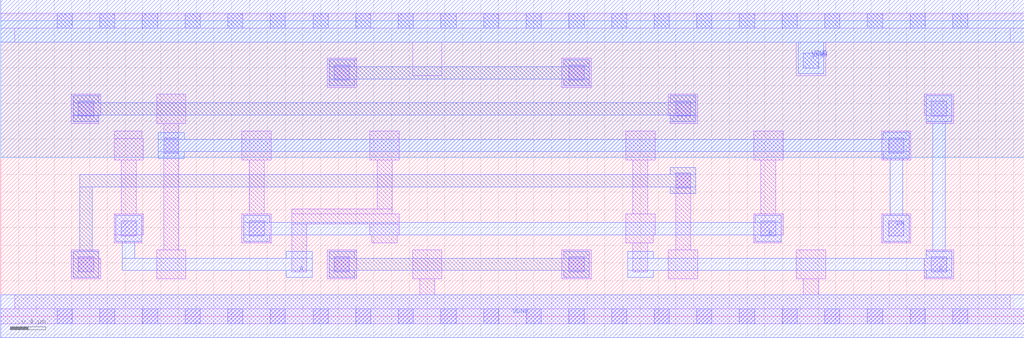
<source format=lef>
VERSION 5.7 ;
  NOWIREEXTENSIONATPIN ON ;
  DIVIDERCHAR "/" ;
  BUSBITCHARS "[]" ;
MACRO ASYNC3
  CLASS CORE ;
  FOREIGN ASYNC3 ;
  ORIGIN 0.000 0.000 ;
  SIZE 11.520 BY 3.330 ;
  SYMMETRY X Y ;
  SITE unit ;
  PIN A
    ANTENNAGATEAREA 0.378000 ;
    PORT
      LAYER met1 ;
        RECT 1.295 0.845 1.585 1.135 ;
        RECT 1.370 0.655 1.510 0.845 ;
        RECT 3.215 0.655 3.505 0.730 ;
        RECT 1.370 0.515 3.505 0.655 ;
        RECT 3.215 0.440 3.505 0.515 ;
    END
  END A
  PIN B
    ANTENNAGATEAREA 0.378000 ;
    PORT
      LAYER met1 ;
        RECT 2.735 1.060 3.025 1.135 ;
        RECT 8.495 1.060 8.785 1.135 ;
        RECT 2.735 0.920 8.785 1.060 ;
        RECT 2.735 0.845 3.025 0.920 ;
        RECT 8.495 0.845 8.785 0.920 ;
    END
  END B
  PIN C
    ANTENNAGATEAREA 0.189000 ;
    ANTENNADIFFAREA 1.031650 ;
    PORT
      LAYER met1 ;
        RECT 10.415 2.195 10.705 2.485 ;
        RECT 10.490 0.730 10.630 2.195 ;
        RECT 7.055 0.655 7.345 0.730 ;
        RECT 10.415 0.655 10.705 0.730 ;
        RECT 7.055 0.515 10.705 0.655 ;
        RECT 7.055 0.440 7.345 0.515 ;
        RECT 10.415 0.440 10.705 0.515 ;
    END
  END C
  PIN CN
    ANTENNAGATEAREA 0.189000 ;
    ANTENNADIFFAREA 1.661650 ;
    PORT
      LAYER met1 ;
        RECT 1.775 1.995 2.065 2.070 ;
        RECT 9.935 1.995 10.225 2.070 ;
        RECT 1.775 1.855 10.225 1.995 ;
        RECT 1.775 1.780 2.065 1.855 ;
        RECT 9.935 1.780 10.225 1.855 ;
        RECT 10.010 1.135 10.150 1.780 ;
        RECT 9.935 0.845 10.225 1.135 ;
    END
  END CN
  PIN VGND
    ANTENNADIFFAREA 0.914200 ;
    PORT
      LAYER met1 ;
        RECT 0.000 -0.240 11.520 0.240 ;
    END
    PORT
      LAYER met1 ;
        RECT 0.000 3.090 11.520 3.570 ;
        RECT 8.975 2.735 9.265 3.090 ;
    END
  END VGND
  PIN VPWR
    ANTENNADIFFAREA 1.747200 ;
    PORT
      LAYER li1 ;
        RECT 0.000 3.245 11.520 3.415 ;
        RECT 0.155 3.090 11.365 3.245 ;
        RECT 4.635 2.715 4.965 3.090 ;
        RECT 8.955 2.715 9.285 3.090 ;
      LAYER mcon ;
        RECT 0.635 3.245 0.805 3.415 ;
        RECT 1.115 3.245 1.285 3.415 ;
        RECT 1.595 3.245 1.765 3.415 ;
        RECT 2.075 3.245 2.245 3.415 ;
        RECT 2.555 3.245 2.725 3.415 ;
        RECT 3.035 3.245 3.205 3.415 ;
        RECT 3.515 3.245 3.685 3.415 ;
        RECT 3.995 3.245 4.165 3.415 ;
        RECT 4.475 3.245 4.645 3.415 ;
        RECT 4.955 3.245 5.125 3.415 ;
        RECT 5.435 3.245 5.605 3.415 ;
        RECT 5.915 3.245 6.085 3.415 ;
        RECT 6.395 3.245 6.565 3.415 ;
        RECT 6.875 3.245 7.045 3.415 ;
        RECT 7.355 3.245 7.525 3.415 ;
        RECT 7.835 3.245 8.005 3.415 ;
        RECT 8.315 3.245 8.485 3.415 ;
        RECT 8.795 3.245 8.965 3.415 ;
        RECT 9.275 3.245 9.445 3.415 ;
        RECT 9.755 3.245 9.925 3.415 ;
        RECT 10.235 3.245 10.405 3.415 ;
        RECT 10.715 3.245 10.885 3.415 ;
        RECT 9.035 2.795 9.205 2.965 ;
    END
  END VPWR
  OBS
      LAYER nwell ;
        RECT 0.000 1.790 11.520 3.330 ;
      LAYER li1 ;
        RECT 3.675 2.580 4.005 2.910 ;
        RECT 6.315 2.580 6.645 2.910 ;
        RECT 0.795 2.260 1.125 2.505 ;
        RECT 0.795 2.175 1.105 2.260 ;
        RECT 1.755 2.175 2.085 2.505 ;
        RECT 7.515 2.260 7.845 2.505 ;
        RECT 10.395 2.260 10.725 2.505 ;
        RECT 7.535 2.175 7.845 2.260 ;
        RECT 10.415 2.175 10.725 2.260 ;
        RECT 1.275 2.005 1.585 2.090 ;
        RECT 1.275 1.760 1.605 2.005 ;
        RECT 1.355 1.155 1.525 1.760 ;
        RECT 1.275 0.920 1.605 1.155 ;
        RECT 1.275 0.825 1.585 0.920 ;
        RECT 1.835 0.750 2.005 2.175 ;
        RECT 2.715 1.760 3.045 2.090 ;
        RECT 4.155 1.760 4.485 2.090 ;
        RECT 7.035 1.760 7.365 2.090 ;
        RECT 8.475 1.760 8.805 2.090 ;
        RECT 9.915 1.760 10.245 2.090 ;
        RECT 2.795 1.155 2.965 1.760 ;
        RECT 4.235 1.210 4.405 1.760 ;
        RECT 3.275 1.155 4.405 1.210 ;
        RECT 7.115 1.155 7.285 1.760 ;
        RECT 2.715 0.825 3.045 1.155 ;
        RECT 3.275 1.040 4.485 1.155 ;
        RECT 0.795 0.655 1.105 0.750 ;
        RECT 0.795 0.420 1.125 0.655 ;
        RECT 1.755 0.420 2.085 0.750 ;
        RECT 3.275 0.500 3.445 1.040 ;
        RECT 4.155 0.920 4.485 1.040 ;
        RECT 7.035 0.920 7.365 1.155 ;
        RECT 4.175 0.825 4.465 0.920 ;
        RECT 7.035 0.825 7.345 0.920 ;
        RECT 3.675 0.420 4.005 0.750 ;
        RECT 4.635 0.420 4.965 0.750 ;
        RECT 6.315 0.420 6.645 0.750 ;
        RECT 7.115 0.500 7.285 0.825 ;
        RECT 7.595 0.750 7.765 1.615 ;
        RECT 8.555 1.155 8.725 1.760 ;
        RECT 8.475 0.920 8.805 1.155 ;
        RECT 8.475 0.825 8.785 0.920 ;
        RECT 9.915 0.825 10.245 1.155 ;
        RECT 7.515 0.420 7.845 0.750 ;
        RECT 8.955 0.420 9.285 0.750 ;
        RECT 10.415 0.655 10.725 0.750 ;
        RECT 10.395 0.420 10.725 0.655 ;
        RECT 4.715 0.240 4.885 0.420 ;
        RECT 9.035 0.240 9.205 0.420 ;
        RECT 0.155 0.085 11.365 0.240 ;
        RECT 0.000 -0.085 11.520 0.085 ;
      LAYER mcon ;
        RECT 3.755 2.660 3.925 2.830 ;
        RECT 6.395 2.660 6.565 2.830 ;
        RECT 0.875 2.255 1.045 2.425 ;
        RECT 7.595 2.255 7.765 2.425 ;
        RECT 10.475 2.255 10.645 2.425 ;
        RECT 1.835 1.840 2.005 2.010 ;
        RECT 1.355 0.905 1.525 1.075 ;
        RECT 9.995 1.840 10.165 2.010 ;
        RECT 7.595 1.445 7.765 1.615 ;
        RECT 2.795 0.905 2.965 1.075 ;
        RECT 0.875 0.500 1.045 0.670 ;
        RECT 3.755 0.500 3.925 0.670 ;
        RECT 6.395 0.500 6.565 0.670 ;
        RECT 8.555 0.905 8.725 1.075 ;
        RECT 9.995 0.905 10.165 1.075 ;
        RECT 10.475 0.500 10.645 0.670 ;
        RECT 0.635 -0.085 0.805 0.085 ;
        RECT 1.115 -0.085 1.285 0.085 ;
        RECT 1.595 -0.085 1.765 0.085 ;
        RECT 2.075 -0.085 2.245 0.085 ;
        RECT 2.555 -0.085 2.725 0.085 ;
        RECT 3.035 -0.085 3.205 0.085 ;
        RECT 3.515 -0.085 3.685 0.085 ;
        RECT 3.995 -0.085 4.165 0.085 ;
        RECT 4.475 -0.085 4.645 0.085 ;
        RECT 4.955 -0.085 5.125 0.085 ;
        RECT 5.435 -0.085 5.605 0.085 ;
        RECT 5.915 -0.085 6.085 0.085 ;
        RECT 6.395 -0.085 6.565 0.085 ;
        RECT 6.875 -0.085 7.045 0.085 ;
        RECT 7.355 -0.085 7.525 0.085 ;
        RECT 7.835 -0.085 8.005 0.085 ;
        RECT 8.315 -0.085 8.485 0.085 ;
        RECT 8.795 -0.085 8.965 0.085 ;
        RECT 9.275 -0.085 9.445 0.085 ;
        RECT 9.755 -0.085 9.925 0.085 ;
        RECT 10.235 -0.085 10.405 0.085 ;
        RECT 10.715 -0.085 10.885 0.085 ;
      LAYER met1 ;
        RECT 3.695 2.815 3.985 2.890 ;
        RECT 6.335 2.815 6.625 2.890 ;
        RECT 3.695 2.675 6.625 2.815 ;
        RECT 3.695 2.600 3.985 2.675 ;
        RECT 6.335 2.600 6.625 2.675 ;
        RECT 0.815 2.410 1.105 2.485 ;
        RECT 7.535 2.410 7.825 2.485 ;
        RECT 0.815 2.270 7.825 2.410 ;
        RECT 0.815 2.195 1.105 2.270 ;
        RECT 7.535 2.195 7.825 2.270 ;
        RECT 7.535 1.600 7.825 1.675 ;
        RECT 0.890 1.460 7.825 1.600 ;
        RECT 0.890 0.730 1.030 1.460 ;
        RECT 7.535 1.385 7.825 1.460 ;
        RECT 0.815 0.440 1.105 0.730 ;
        RECT 3.695 0.655 3.985 0.730 ;
        RECT 6.335 0.655 6.625 0.730 ;
        RECT 3.695 0.515 6.625 0.655 ;
        RECT 3.695 0.440 3.985 0.515 ;
        RECT 6.335 0.440 6.625 0.515 ;
  END
END ASYNC3
END LIBRARY


</source>
